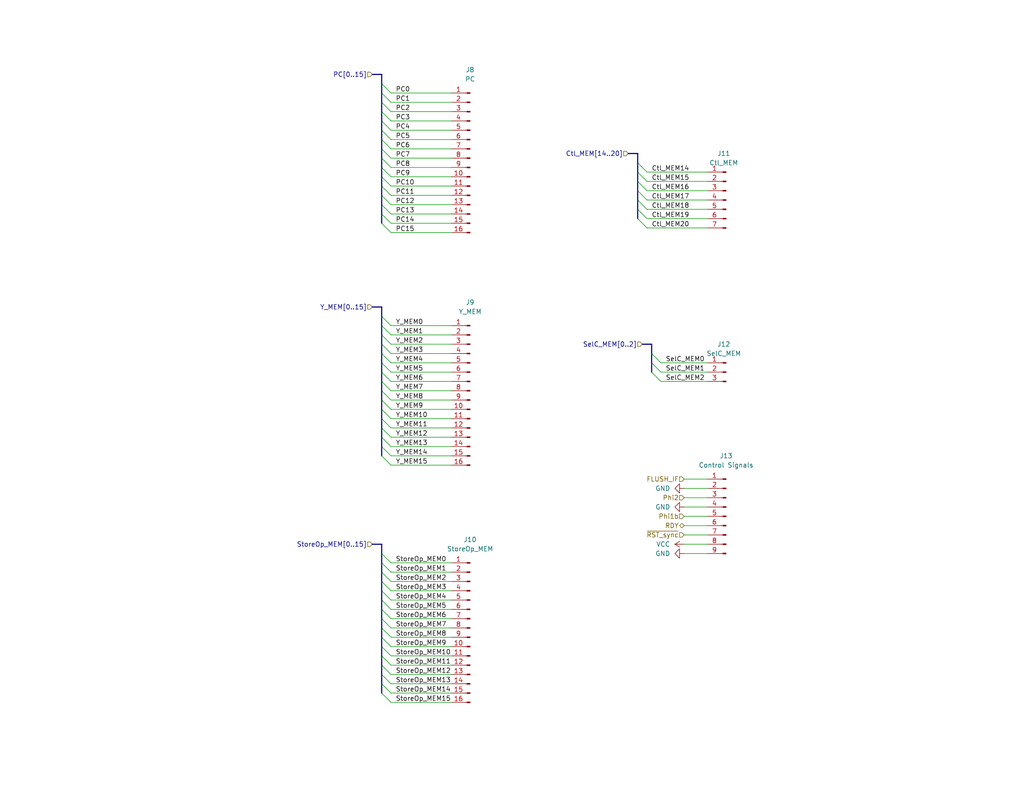
<source format=kicad_sch>
(kicad_sch (version 20230121) (generator eeschema)
  (paper "USLetter")
  (title_block (title "Turtle16: MEM Prototype Inputs") (date "2023-03-20") (rev "A (584b6b4f)") (comment 4 "Headers for various inputs to the prototype board"))
  (lib_symbols
    (symbol "Connector:Conn_01x03_Pin" (pin_names (offset 1.016) hide)
      (property "Reference" "J" (at 0 5.08 0))
      (property "Value" "Conn_01x03_Pin" (at 0 -5.08 0))
      (symbol "Conn_01x03_Pin_1_1"
        (polyline (pts (xy 1.27 -2.54) (xy 0.8636 -2.54)) (stroke (width 0.1524)))
        (polyline (pts (xy 1.27 0) (xy 0.8636 0)) (stroke (width 0.1524)))
        (polyline (pts (xy 1.27 2.54) (xy 0.8636 2.54)) (stroke (width 0.1524)))
        (rectangle (start 0.8636 -2.413) (end 0 -2.667) (stroke (width 0.1524)) (fill (type outline)))
        (rectangle (start 0.8636 0.127) (end 0 -0.127) (stroke (width 0.1524)) (fill (type outline)))
        (rectangle (start 0.8636 2.667) (end 0 2.413) (stroke (width 0.1524)) (fill (type outline)))
        (pin passive line (at 5.08 2.54 180) (length 3.81) (name "Pin_1") (number "1"))
        (pin passive line (at 5.08 0 180) (length 3.81) (name "Pin_2") (number "2"))
        (pin passive line (at 5.08 -2.54 180) (length 3.81) (name "Pin_3") (number "3"))
      )
    )
    (symbol "Connector:Conn_01x07_Pin" (pin_names (offset 1.016) hide)
      (property "Reference" "J" (at 0 10.16 0))
      (property "Value" "Conn_01x07_Pin" (at 0 -10.16 0))
      (symbol "Conn_01x07_Pin_1_1"
        (polyline (pts (xy 1.27 -7.62) (xy 0.8636 -7.62)) (stroke (width 0.1524)))
        (polyline (pts (xy 1.27 -5.08) (xy 0.8636 -5.08)) (stroke (width 0.1524)))
        (polyline (pts (xy 1.27 -2.54) (xy 0.8636 -2.54)) (stroke (width 0.1524)))
        (polyline (pts (xy 1.27 0) (xy 0.8636 0)) (stroke (width 0.1524)))
        (polyline (pts (xy 1.27 2.54) (xy 0.8636 2.54)) (stroke (width 0.1524)))
        (polyline (pts (xy 1.27 5.08) (xy 0.8636 5.08)) (stroke (width 0.1524)))
        (polyline (pts (xy 1.27 7.62) (xy 0.8636 7.62)) (stroke (width 0.1524)))
        (rectangle (start 0.8636 -7.493) (end 0 -7.747) (stroke (width 0.1524)) (fill (type outline)))
        (rectangle (start 0.8636 -4.953) (end 0 -5.207) (stroke (width 0.1524)) (fill (type outline)))
        (rectangle (start 0.8636 -2.413) (end 0 -2.667) (stroke (width 0.1524)) (fill (type outline)))
        (rectangle (start 0.8636 0.127) (end 0 -0.127) (stroke (width 0.1524)) (fill (type outline)))
        (rectangle (start 0.8636 2.667) (end 0 2.413) (stroke (width 0.1524)) (fill (type outline)))
        (rectangle (start 0.8636 5.207) (end 0 4.953) (stroke (width 0.1524)) (fill (type outline)))
        (rectangle (start 0.8636 7.747) (end 0 7.493) (stroke (width 0.1524)) (fill (type outline)))
        (pin passive line (at 5.08 7.62 180) (length 3.81) (name "Pin_1") (number "1"))
        (pin passive line (at 5.08 5.08 180) (length 3.81) (name "Pin_2") (number "2"))
        (pin passive line (at 5.08 2.54 180) (length 3.81) (name "Pin_3") (number "3"))
        (pin passive line (at 5.08 0 180) (length 3.81) (name "Pin_4") (number "4"))
        (pin passive line (at 5.08 -2.54 180) (length 3.81) (name "Pin_5") (number "5"))
        (pin passive line (at 5.08 -5.08 180) (length 3.81) (name "Pin_6") (number "6"))
        (pin passive line (at 5.08 -7.62 180) (length 3.81) (name "Pin_7") (number "7"))
      )
    )
    (symbol "Connector:Conn_01x09_Pin" (pin_names (offset 1.016) hide)
      (property "Reference" "J" (at 0 12.7 0))
      (property "Value" "Conn_01x09_Pin" (at 0 -12.7 0))
      (symbol "Conn_01x09_Pin_1_1"
        (polyline (pts (xy 1.27 -10.16) (xy 0.8636 -10.16)) (stroke (width 0.1524)))
        (polyline (pts (xy 1.27 -7.62) (xy 0.8636 -7.62)) (stroke (width 0.1524)))
        (polyline (pts (xy 1.27 -5.08) (xy 0.8636 -5.08)) (stroke (width 0.1524)))
        (polyline (pts (xy 1.27 -2.54) (xy 0.8636 -2.54)) (stroke (width 0.1524)))
        (polyline (pts (xy 1.27 0) (xy 0.8636 0)) (stroke (width 0.1524)))
        (polyline (pts (xy 1.27 2.54) (xy 0.8636 2.54)) (stroke (width 0.1524)))
        (polyline (pts (xy 1.27 5.08) (xy 0.8636 5.08)) (stroke (width 0.1524)))
        (polyline (pts (xy 1.27 7.62) (xy 0.8636 7.62)) (stroke (width 0.1524)))
        (polyline (pts (xy 1.27 10.16) (xy 0.8636 10.16)) (stroke (width 0.1524)))
        (rectangle (start 0.8636 -10.033) (end 0 -10.287) (stroke (width 0.1524)) (fill (type outline)))
        (rectangle (start 0.8636 -7.493) (end 0 -7.747) (stroke (width 0.1524)) (fill (type outline)))
        (rectangle (start 0.8636 -4.953) (end 0 -5.207) (stroke (width 0.1524)) (fill (type outline)))
        (rectangle (start 0.8636 -2.413) (end 0 -2.667) (stroke (width 0.1524)) (fill (type outline)))
        (rectangle (start 0.8636 0.127) (end 0 -0.127) (stroke (width 0.1524)) (fill (type outline)))
        (rectangle (start 0.8636 2.667) (end 0 2.413) (stroke (width 0.1524)) (fill (type outline)))
        (rectangle (start 0.8636 5.207) (end 0 4.953) (stroke (width 0.1524)) (fill (type outline)))
        (rectangle (start 0.8636 7.747) (end 0 7.493) (stroke (width 0.1524)) (fill (type outline)))
        (rectangle (start 0.8636 10.287) (end 0 10.033) (stroke (width 0.1524)) (fill (type outline)))
        (pin passive line (at 5.08 10.16 180) (length 3.81) (name "Pin_1") (number "1"))
        (pin passive line (at 5.08 7.62 180) (length 3.81) (name "Pin_2") (number "2"))
        (pin passive line (at 5.08 5.08 180) (length 3.81) (name "Pin_3") (number "3"))
        (pin passive line (at 5.08 2.54 180) (length 3.81) (name "Pin_4") (number "4"))
        (pin passive line (at 5.08 0 180) (length 3.81) (name "Pin_5") (number "5"))
        (pin passive line (at 5.08 -2.54 180) (length 3.81) (name "Pin_6") (number "6"))
        (pin passive line (at 5.08 -5.08 180) (length 3.81) (name "Pin_7") (number "7"))
        (pin passive line (at 5.08 -7.62 180) (length 3.81) (name "Pin_8") (number "8"))
        (pin passive line (at 5.08 -10.16 180) (length 3.81) (name "Pin_9") (number "9"))
      )
    )
    (symbol "Connector:Conn_01x16_Pin" (pin_names (offset 1.016) hide)
      (property "Reference" "J" (at 0 20.32 0))
      (property "Value" "Conn_01x16_Pin" (at 0 -22.86 0))
      (symbol "Conn_01x16_Pin_1_1"
        (polyline (pts (xy 1.27 -20.32) (xy 0.8636 -20.32)) (stroke (width 0.1524)))
        (polyline (pts (xy 1.27 -17.78) (xy 0.8636 -17.78)) (stroke (width 0.1524)))
        (polyline (pts (xy 1.27 -15.24) (xy 0.8636 -15.24)) (stroke (width 0.1524)))
        (polyline (pts (xy 1.27 -12.7) (xy 0.8636 -12.7)) (stroke (width 0.1524)))
        (polyline (pts (xy 1.27 -10.16) (xy 0.8636 -10.16)) (stroke (width 0.1524)))
        (polyline (pts (xy 1.27 -7.62) (xy 0.8636 -7.62)) (stroke (width 0.1524)))
        (polyline (pts (xy 1.27 -5.08) (xy 0.8636 -5.08)) (stroke (width 0.1524)))
        (polyline (pts (xy 1.27 -2.54) (xy 0.8636 -2.54)) (stroke (width 0.1524)))
        (polyline (pts (xy 1.27 0) (xy 0.8636 0)) (stroke (width 0.1524)))
        (polyline (pts (xy 1.27 2.54) (xy 0.8636 2.54)) (stroke (width 0.1524)))
        (polyline (pts (xy 1.27 5.08) (xy 0.8636 5.08)) (stroke (width 0.1524)))
        (polyline (pts (xy 1.27 7.62) (xy 0.8636 7.62)) (stroke (width 0.1524)))
        (polyline (pts (xy 1.27 10.16) (xy 0.8636 10.16)) (stroke (width 0.1524)))
        (polyline (pts (xy 1.27 12.7) (xy 0.8636 12.7)) (stroke (width 0.1524)))
        (polyline (pts (xy 1.27 15.24) (xy 0.8636 15.24)) (stroke (width 0.1524)))
        (polyline (pts (xy 1.27 17.78) (xy 0.8636 17.78)) (stroke (width 0.1524)))
        (rectangle (start 0.8636 -20.193) (end 0 -20.447) (stroke (width 0.1524)) (fill (type outline)))
        (rectangle (start 0.8636 -17.653) (end 0 -17.907) (stroke (width 0.1524)) (fill (type outline)))
        (rectangle (start 0.8636 -15.113) (end 0 -15.367) (stroke (width 0.1524)) (fill (type outline)))
        (rectangle (start 0.8636 -12.573) (end 0 -12.827) (stroke (width 0.1524)) (fill (type outline)))
        (rectangle (start 0.8636 -10.033) (end 0 -10.287) (stroke (width 0.1524)) (fill (type outline)))
        (rectangle (start 0.8636 -7.493) (end 0 -7.747) (stroke (width 0.1524)) (fill (type outline)))
        (rectangle (start 0.8636 -4.953) (end 0 -5.207) (stroke (width 0.1524)) (fill (type outline)))
        (rectangle (start 0.8636 -2.413) (end 0 -2.667) (stroke (width 0.1524)) (fill (type outline)))
        (rectangle (start 0.8636 0.127) (end 0 -0.127) (stroke (width 0.1524)) (fill (type outline)))
        (rectangle (start 0.8636 2.667) (end 0 2.413) (stroke (width 0.1524)) (fill (type outline)))
        (rectangle (start 0.8636 5.207) (end 0 4.953) (stroke (width 0.1524)) (fill (type outline)))
        (rectangle (start 0.8636 7.747) (end 0 7.493) (stroke (width 0.1524)) (fill (type outline)))
        (rectangle (start 0.8636 10.287) (end 0 10.033) (stroke (width 0.1524)) (fill (type outline)))
        (rectangle (start 0.8636 12.827) (end 0 12.573) (stroke (width 0.1524)) (fill (type outline)))
        (rectangle (start 0.8636 15.367) (end 0 15.113) (stroke (width 0.1524)) (fill (type outline)))
        (rectangle (start 0.8636 17.907) (end 0 17.653) (stroke (width 0.1524)) (fill (type outline)))
        (pin passive line (at 5.08 17.78 180) (length 3.81) (name "Pin_1") (number "1"))
        (pin passive line (at 5.08 -5.08 180) (length 3.81) (name "Pin_10") (number "10"))
        (pin passive line (at 5.08 -7.62 180) (length 3.81) (name "Pin_11") (number "11"))
        (pin passive line (at 5.08 -10.16 180) (length 3.81) (name "Pin_12") (number "12"))
        (pin passive line (at 5.08 -12.7 180) (length 3.81) (name "Pin_13") (number "13"))
        (pin passive line (at 5.08 -15.24 180) (length 3.81) (name "Pin_14") (number "14"))
        (pin passive line (at 5.08 -17.78 180) (length 3.81) (name "Pin_15") (number "15"))
        (pin passive line (at 5.08 -20.32 180) (length 3.81) (name "Pin_16") (number "16"))
        (pin passive line (at 5.08 15.24 180) (length 3.81) (name "Pin_2") (number "2"))
        (pin passive line (at 5.08 12.7 180) (length 3.81) (name "Pin_3") (number "3"))
        (pin passive line (at 5.08 10.16 180) (length 3.81) (name "Pin_4") (number "4"))
        (pin passive line (at 5.08 7.62 180) (length 3.81) (name "Pin_5") (number "5"))
        (pin passive line (at 5.08 5.08 180) (length 3.81) (name "Pin_6") (number "6"))
        (pin passive line (at 5.08 2.54 180) (length 3.81) (name "Pin_7") (number "7"))
        (pin passive line (at 5.08 0 180) (length 3.81) (name "Pin_8") (number "8"))
        (pin passive line (at 5.08 -2.54 180) (length 3.81) (name "Pin_9") (number "9"))
      )
    )
    (symbol "power:GND" (power) (pin_names (offset 0))
      (property "Value" "GND" (at 0 -3.81 0))
      (symbol "GND_0_1"
        (polyline (pts (xy 0 0) (xy 0 -1.27) (xy 1.27 -1.27) (xy 0 -2.54) (xy -1.27 -1.27) (xy 0 -1.27)))
      )
      (symbol "GND_1_1"
        (pin power_in line (at 0 0 270) (length 0) hide (name "GND") (number "1"))
      )
    )
    (symbol "power:VCC" (power) (pin_names (offset 0))
      (property "Value" "VCC" (at 0 3.81 0))
      (symbol "VCC_0_1"
        (polyline (pts (xy -0.762 1.27) (xy 0 2.54)))
        (polyline (pts (xy 0 0) (xy 0 2.54)))
        (polyline (pts (xy 0 2.54) (xy 0.762 1.27)))
      )
      (symbol "VCC_1_1"
        (pin power_in line (at 0 0 90) (length 0) hide (name "VCC") (number "1"))
      )
    )
  )
  (bus_entry (at 104.14 38.1) (size 2.54 2.54))
  (bus_entry (at 104.14 104.14) (size 2.54 2.54))
  (bus_entry (at 104.14 22.86) (size 2.54 2.54))
  (bus_entry (at 104.14 88.9) (size 2.54 2.54))
  (bus_entry (at 104.14 114.3) (size 2.54 2.54))
  (bus_entry (at 104.14 27.94) (size 2.54 2.54))
  (bus_entry (at 104.14 106.68) (size 2.54 2.54))
  (bus_entry (at 104.14 179.07) (size 2.54 2.54))
  (bus_entry (at 173.99 49.53) (size 2.54 2.54))
  (bus_entry (at 104.14 153.67) (size 2.54 2.54))
  (bus_entry (at 104.14 55.88) (size 2.54 2.54))
  (bus_entry (at 104.14 111.76) (size 2.54 2.54))
  (bus_entry (at 104.14 176.53) (size 2.54 2.54))
  (bus_entry (at 104.14 119.38) (size 2.54 2.54))
  (bus_entry (at 104.14 25.4) (size 2.54 2.54))
  (bus_entry (at 104.14 35.56) (size 2.54 2.54))
  (bus_entry (at 104.14 173.99) (size 2.54 2.54))
  (bus_entry (at 173.99 59.69) (size 2.54 2.54))
  (bus_entry (at 104.14 91.44) (size 2.54 2.54))
  (bus_entry (at 104.14 161.29) (size 2.54 2.54))
  (bus_entry (at 104.14 86.36) (size 2.54 2.54))
  (bus_entry (at 104.14 163.83) (size 2.54 2.54))
  (bus_entry (at 104.14 156.21) (size 2.54 2.54))
  (bus_entry (at 104.14 96.52) (size 2.54 2.54))
  (bus_entry (at 173.99 54.61) (size 2.54 2.54))
  (bus_entry (at 104.14 101.6) (size 2.54 2.54))
  (bus_entry (at 104.14 166.37) (size 2.54 2.54))
  (bus_entry (at 104.14 189.23) (size 2.54 2.54))
  (bus_entry (at 104.14 50.8) (size 2.54 2.54))
  (bus_entry (at 104.14 121.92) (size 2.54 2.54))
  (bus_entry (at 177.8 96.52) (size 2.54 2.54))
  (bus_entry (at 104.14 184.15) (size 2.54 2.54))
  (bus_entry (at 104.14 53.34) (size 2.54 2.54))
  (bus_entry (at 104.14 171.45) (size 2.54 2.54))
  (bus_entry (at 104.14 60.96) (size 2.54 2.54))
  (bus_entry (at 104.14 181.61) (size 2.54 2.54))
  (bus_entry (at 177.8 99.06) (size 2.54 2.54))
  (bus_entry (at 177.8 101.6) (size 2.54 2.54))
  (bus_entry (at 104.14 124.46) (size 2.54 2.54))
  (bus_entry (at 104.14 45.72) (size 2.54 2.54))
  (bus_entry (at 104.14 93.98) (size 2.54 2.54))
  (bus_entry (at 173.99 57.15) (size 2.54 2.54))
  (bus_entry (at 104.14 58.42) (size 2.54 2.54))
  (bus_entry (at 104.14 99.06) (size 2.54 2.54))
  (bus_entry (at 173.99 44.45) (size 2.54 2.54))
  (bus_entry (at 173.99 52.07) (size 2.54 2.54))
  (bus_entry (at 104.14 109.22) (size 2.54 2.54))
  (bus_entry (at 104.14 33.02) (size 2.54 2.54))
  (bus_entry (at 104.14 168.91) (size 2.54 2.54))
  (bus_entry (at 104.14 43.18) (size 2.54 2.54))
  (bus_entry (at 104.14 186.69) (size 2.54 2.54))
  (bus_entry (at 104.14 151.13) (size 2.54 2.54))
  (bus_entry (at 173.99 46.99) (size 2.54 2.54))
  (bus_entry (at 104.14 48.26) (size 2.54 2.54))
  (bus_entry (at 104.14 40.64) (size 2.54 2.54))
  (bus_entry (at 104.14 116.84) (size 2.54 2.54))
  (bus_entry (at 104.14 158.75) (size 2.54 2.54))
  (bus_entry (at 104.14 30.48) (size 2.54 2.54))
  (bus (pts (xy 177.8 99.06) (xy 177.8 101.6)))
  (wire (pts (xy 193.04 140.97) (xy 186.69 140.97)))
  (bus (pts (xy 104.14 119.38) (xy 104.14 121.92)))
  (bus (pts (xy 104.14 88.9) (xy 104.14 91.44)))
  (wire (pts (xy 106.68 58.42) (xy 123.19 58.42)))
  (bus (pts (xy 104.14 156.21) (xy 104.14 158.75)))
  (bus (pts (xy 104.14 30.48) (xy 104.14 33.02)))
  (wire (pts (xy 180.34 104.14) (xy 193.04 104.14)))
  (wire (pts (xy 106.68 40.64) (xy 123.19 40.64)))
  (bus (pts (xy 104.14 186.69) (xy 104.14 189.23)))
  (wire (pts (xy 106.68 121.92) (xy 123.19 121.92)))
  (wire (pts (xy 106.68 116.84) (xy 123.19 116.84)))
  (wire (pts (xy 180.34 99.06) (xy 193.04 99.06)))
  (wire (pts (xy 106.68 163.83) (xy 123.19 163.83)))
  (bus (pts (xy 104.14 158.75) (xy 104.14 161.29)))
  (wire (pts (xy 176.53 52.07) (xy 193.04 52.07)))
  (bus (pts (xy 104.14 176.53) (xy 104.14 179.07)))
  (wire (pts (xy 106.68 111.76) (xy 123.19 111.76)))
  (bus (pts (xy 104.14 166.37) (xy 104.14 168.91)))
  (wire (pts (xy 106.68 189.23) (xy 123.19 189.23)))
  (bus (pts (xy 104.14 86.36) (xy 104.14 88.9)))
  (bus (pts (xy 104.14 184.15) (xy 104.14 186.69)))
  (bus (pts (xy 104.14 106.68) (xy 104.14 109.22)))
  (bus (pts (xy 104.14 25.4) (xy 104.14 27.94)))
  (bus (pts (xy 104.14 121.92) (xy 104.14 124.46)))
  (wire (pts (xy 193.04 130.81) (xy 186.69 130.81)))
  (wire (pts (xy 106.68 171.45) (xy 123.19 171.45)))
  (wire (pts (xy 106.68 91.44) (xy 123.19 91.44)))
  (bus (pts (xy 104.14 181.61) (xy 104.14 184.15)))
  (wire (pts (xy 193.04 148.59) (xy 186.69 148.59)))
  (wire (pts (xy 106.68 181.61) (xy 123.19 181.61)))
  (wire (pts (xy 106.68 53.34) (xy 123.19 53.34)))
  (wire (pts (xy 106.68 186.69) (xy 123.19 186.69)))
  (wire (pts (xy 106.68 88.9) (xy 123.19 88.9)))
  (bus (pts (xy 104.14 22.86) (xy 104.14 25.4)))
  (bus (pts (xy 104.14 179.07) (xy 104.14 181.61)))
  (wire (pts (xy 106.68 38.1) (xy 123.19 38.1)))
  (wire (pts (xy 106.68 45.72) (xy 123.19 45.72)))
  (wire (pts (xy 106.68 48.26) (xy 123.19 48.26)))
  (wire (pts (xy 106.68 101.6) (xy 123.19 101.6)))
  (bus (pts (xy 104.14 104.14) (xy 104.14 106.68)))
  (bus (pts (xy 104.14 40.64) (xy 104.14 43.18)))
  (bus (pts (xy 104.14 27.94) (xy 104.14 30.48)))
  (wire (pts (xy 176.53 46.99) (xy 193.04 46.99)))
  (bus (pts (xy 177.8 93.98) (xy 177.8 96.52)))
  (wire (pts (xy 193.04 143.51) (xy 186.69 143.51)))
  (bus (pts (xy 104.14 93.98) (xy 104.14 96.52)))
  (wire (pts (xy 106.68 153.67) (xy 123.19 153.67)))
  (bus (pts (xy 104.14 53.34) (xy 104.14 55.88)))
  (bus (pts (xy 101.6 148.59) (xy 104.14 148.59)))
  (wire (pts (xy 106.68 25.4) (xy 123.19 25.4)))
  (bus (pts (xy 173.99 49.53) (xy 173.99 52.07)))
  (wire (pts (xy 176.53 54.61) (xy 193.04 54.61)))
  (bus (pts (xy 173.99 54.61) (xy 173.99 57.15)))
  (bus (pts (xy 104.14 91.44) (xy 104.14 93.98)))
  (bus (pts (xy 175.26 93.98) (xy 177.8 93.98)))
  (bus (pts (xy 104.14 43.18) (xy 104.14 45.72)))
  (wire (pts (xy 106.68 99.06) (xy 123.19 99.06)))
  (wire (pts (xy 106.68 127) (xy 123.19 127)))
  (wire (pts (xy 193.04 151.13) (xy 186.69 151.13)))
  (bus (pts (xy 104.14 111.76) (xy 104.14 114.3)))
  (bus (pts (xy 104.14 153.67) (xy 104.14 156.21)))
  (bus (pts (xy 104.14 101.6) (xy 104.14 104.14)))
  (wire (pts (xy 193.04 133.35) (xy 186.69 133.35)))
  (wire (pts (xy 176.53 49.53) (xy 193.04 49.53)))
  (bus (pts (xy 171.45 41.91) (xy 173.99 41.91)))
  (wire (pts (xy 176.53 62.23) (xy 193.04 62.23)))
  (wire (pts (xy 106.68 191.77) (xy 123.19 191.77)))
  (bus (pts (xy 104.14 96.52) (xy 104.14 99.06)))
  (wire (pts (xy 106.68 93.98) (xy 123.19 93.98)))
  (wire (pts (xy 106.68 27.94) (xy 123.19 27.94)))
  (bus (pts (xy 173.99 44.45) (xy 173.99 46.99)))
  (bus (pts (xy 104.14 45.72) (xy 104.14 48.26)))
  (bus (pts (xy 104.14 148.59) (xy 104.14 151.13)))
  (bus (pts (xy 104.14 50.8) (xy 104.14 53.34)))
  (wire (pts (xy 193.04 138.43) (xy 186.69 138.43)))
  (bus (pts (xy 104.14 151.13) (xy 104.14 153.67)))
  (wire (pts (xy 106.68 173.99) (xy 123.19 173.99)))
  (bus (pts (xy 104.14 173.99) (xy 104.14 176.53)))
  (wire (pts (xy 106.68 33.02) (xy 123.19 33.02)))
  (wire (pts (xy 106.68 55.88) (xy 123.19 55.88)))
  (bus (pts (xy 173.99 46.99) (xy 173.99 49.53)))
  (bus (pts (xy 104.14 99.06) (xy 104.14 101.6)))
  (wire (pts (xy 106.68 166.37) (xy 123.19 166.37)))
  (wire (pts (xy 106.68 184.15) (xy 123.19 184.15)))
  (bus (pts (xy 104.14 83.82) (xy 104.14 86.36)))
  (bus (pts (xy 104.14 35.56) (xy 104.14 38.1)))
  (wire (pts (xy 106.68 106.68) (xy 123.19 106.68)))
  (bus (pts (xy 173.99 41.91) (xy 173.99 44.45)))
  (wire (pts (xy 106.68 158.75) (xy 123.19 158.75)))
  (wire (pts (xy 106.68 30.48) (xy 123.19 30.48)))
  (wire (pts (xy 106.68 176.53) (xy 123.19 176.53)))
  (wire (pts (xy 106.68 109.22) (xy 123.19 109.22)))
  (wire (pts (xy 180.34 101.6) (xy 193.04 101.6)))
  (bus (pts (xy 104.14 33.02) (xy 104.14 35.56)))
  (wire (pts (xy 106.68 35.56) (xy 123.19 35.56)))
  (bus (pts (xy 104.14 109.22) (xy 104.14 111.76)))
  (wire (pts (xy 106.68 156.21) (xy 123.19 156.21)))
  (bus (pts (xy 101.6 83.82) (xy 104.14 83.82)))
  (wire (pts (xy 106.68 50.8) (xy 123.19 50.8)))
  (wire (pts (xy 106.68 124.46) (xy 123.19 124.46)))
  (bus (pts (xy 104.14 38.1) (xy 104.14 40.64)))
  (wire (pts (xy 176.53 59.69) (xy 193.04 59.69)))
  (wire (pts (xy 106.68 43.18) (xy 123.19 43.18)))
  (wire (pts (xy 106.68 104.14) (xy 123.19 104.14)))
  (bus (pts (xy 104.14 163.83) (xy 104.14 166.37)))
  (bus (pts (xy 173.99 52.07) (xy 173.99 54.61)))
  (bus (pts (xy 177.8 96.52) (xy 177.8 99.06)))
  (wire (pts (xy 106.68 96.52) (xy 123.19 96.52)))
  (wire (pts (xy 193.04 146.05) (xy 186.69 146.05)))
  (bus (pts (xy 104.14 20.32) (xy 104.14 22.86)))
  (wire (pts (xy 106.68 179.07) (xy 123.19 179.07)))
  (wire (pts (xy 106.68 114.3) (xy 123.19 114.3)))
  (wire (pts (xy 106.68 60.96) (xy 123.19 60.96)))
  (wire (pts (xy 176.53 57.15) (xy 193.04 57.15)))
  (bus (pts (xy 104.14 58.42) (xy 104.14 60.96)))
  (bus (pts (xy 104.14 114.3) (xy 104.14 116.84)))
  (bus (pts (xy 104.14 48.26) (xy 104.14 50.8)))
  (wire (pts (xy 193.04 135.89) (xy 186.69 135.89)))
  (bus (pts (xy 104.14 116.84) (xy 104.14 119.38)))
  (bus (pts (xy 101.6 20.32) (xy 104.14 20.32)))
  (wire (pts (xy 106.68 63.5) (xy 123.19 63.5)))
  (bus (pts (xy 173.99 57.15) (xy 173.99 59.69)))
  (bus (pts (xy 104.14 171.45) (xy 104.14 173.99)))
  (wire (pts (xy 106.68 119.38) (xy 123.19 119.38)))
  (bus (pts (xy 104.14 161.29) (xy 104.14 163.83)))
  (wire (pts (xy 106.68 161.29) (xy 123.19 161.29)))
  (wire (pts (xy 106.68 168.91) (xy 123.19 168.91)))
  (bus (pts (xy 104.14 168.91) (xy 104.14 171.45)))
  (bus (pts (xy 104.14 55.88) (xy 104.14 58.42)))
  (label "Y_MEM10" (at 107.95 114.3 0))
  (label "Ctl_MEM14" (at 177.8 46.99 0))
  (label "SelC_MEM1" (at 181.61 101.6 0))
  (label "PC7" (at 107.95 43.18 0))
  (label "StoreOp_MEM2" (at 107.95 158.75 0))
  (label "StoreOp_MEM1" (at 107.95 156.21 0))
  (label "Y_MEM8" (at 107.95 109.22 0))
  (label "StoreOp_MEM12" (at 107.95 184.15 0))
  (label "StoreOp_MEM8" (at 107.95 173.99 0))
  (label "Y_MEM2" (at 107.95 93.98 0))
  (label "Y_MEM12" (at 107.95 119.38 0))
  (label "Y_MEM5" (at 107.95 101.6 0))
  (label "Ctl_MEM16" (at 177.8 52.07 0))
  (label "PC1" (at 107.95 27.94 0))
  (label "PC4" (at 107.95 35.56 0))
  (label "PC8" (at 107.95 45.72 0))
  (label "StoreOp_MEM15" (at 107.95 191.77 0))
  (label "Ctl_MEM17" (at 177.8 54.61 0))
  (label "Y_MEM3" (at 107.95 96.52 0))
  (label "Y_MEM7" (at 107.95 106.68 0))
  (label "StoreOp_MEM11" (at 107.95 181.61 0))
  (label "Y_MEM9" (at 107.95 111.76 0))
  (label "PC14" (at 107.95 60.96 0))
  (label "SelC_MEM0" (at 181.61 99.06 0))
  (label "Y_MEM13" (at 107.95 121.92 0))
  (label "PC15" (at 107.95 63.5 0))
  (label "StoreOp_MEM9" (at 107.95 176.53 0))
  (label "PC10" (at 107.95 50.8 0))
  (label "StoreOp_MEM4" (at 107.95 163.83 0))
  (label "Ctl_MEM18" (at 177.8 57.15 0))
  (label "Y_MEM4" (at 107.95 99.06 0))
  (label "PC6" (at 107.95 40.64 0))
  (label "SelC_MEM2" (at 181.61 104.14 0))
  (label "PC9" (at 107.95 48.26 0))
  (label "Ctl_MEM19" (at 177.8 59.69 0))
  (label "Y_MEM15" (at 107.95 127 0))
  (label "StoreOp_MEM10" (at 107.95 179.07 0))
  (label "Y_MEM6" (at 107.95 104.14 0))
  (label "Y_MEM14" (at 107.95 124.46 0))
  (label "StoreOp_MEM3" (at 107.95 161.29 0))
  (label "PC3" (at 107.95 33.02 0))
  (label "Y_MEM11" (at 107.95 116.84 0))
  (label "Ctl_MEM15" (at 177.8 49.53 0))
  (label "Ctl_MEM20" (at 177.8 62.23 0))
  (label "StoreOp_MEM6" (at 107.95 168.91 0))
  (label "StoreOp_MEM7" (at 107.95 171.45 0))
  (label "StoreOp_MEM13" (at 107.95 186.69 0))
  (label "PC11" (at 107.95 53.34 0))
  (label "Y_MEM1" (at 107.95 91.44 0))
  (label "PC0" (at 107.95 25.4 0))
  (label "StoreOp_MEM0" (at 107.95 153.67 0))
  (label "PC13" (at 107.95 58.42 0))
  (label "PC5" (at 107.95 38.1 0))
  (label "PC2" (at 107.95 30.48 0))
  (label "StoreOp_MEM5" (at 107.95 166.37 0))
  (label "Y_MEM0" (at 107.95 88.9 0))
  (label "PC12" (at 107.95 55.88 0))
  (label "StoreOp_MEM14" (at 107.95 189.23 0))
  (hierarchical_label "RDY" (shape tri_state) (at 186.69 143.51 180))
  (hierarchical_label "StoreOp_MEM[0..15]" (shape input) (at 101.6 148.59 180))
  (hierarchical_label "Y_MEM[0..15]" (shape input) (at 101.6 83.82 180))
  (hierarchical_label "Phi2" (shape input) (at 186.69 135.89 180))
  (hierarchical_label "FLUSH_IF" (shape input) (at 186.69 130.81 180))
  (hierarchical_label "Phi1b" (shape input) (at 186.69 140.97 180))
  (hierarchical_label "PC[0..15]" (shape input) (at 101.6 20.32 180))
  (hierarchical_label "~{RST_sync}" (shape input) (at 186.69 146.05 180))
  (hierarchical_label "SelC_MEM[0..2]" (shape input) (at 175.26 93.98 180))
  (hierarchical_label "Ctl_MEM[14..20]" (shape input) (at 171.45 41.91 180))
  (symbol (lib_id "Connector:Conn_01x03_Pin") (at 198.12 101.6 0) (mirror y) (unit 1)
    (property "Reference" "J12" (at 197.485 93.98 0))
    (property "Value" "SelC_MEM" (at 197.485 96.52 0))
    (property "Footprint" "Connector_PinHeader_2.54mm:PinHeader_1x03_P2.54mm_Vertical" (effects hide))
  )
  (symbol (lib_id "power:GND") (at 186.69 138.43 270) (mirror x) (unit 1)
    (property "Reference" "#PWR0180" (effects hide))
    (property "Value" "GND" (at 182.88 138.4299 90) (effects (justify right)))
  )
  (symbol (lib_id "power:GND") (at 186.69 151.13 270) (mirror x) (unit 1)
    (property "Reference" "#PWR0182" (effects hide))
    (property "Value" "GND" (at 182.88 151.1299 90) (effects (justify right)))
  )
  (symbol (lib_id "Connector:Conn_01x16_Pin") (at 128.27 106.68 0) (mirror y) (unit 1)
    (property "Reference" "J9" (at 128.27 82.55 0))
    (property "Value" "Y_MEM" (at 128.27 85.09 0))
    (property "Footprint" "Connector_PinHeader_2.54mm:PinHeader_1x16_P2.54mm_Vertical" (effects hide))
  )
  (symbol (lib_id "power:VCC") (at 186.69 148.59 90) (mirror x) (unit 1)
    (property "Reference" "#PWR0181" (effects hide))
    (property "Value" "VCC" (at 182.88 148.5901 90) (effects (justify left)))
  )
  (symbol (lib_id "power:GND") (at 186.69 133.35 270) (mirror x) (unit 1)
    (property "Reference" "#PWR0179" (effects hide))
    (property "Value" "GND" (at 182.88 133.3499 90) (effects (justify right)))
  )
  (symbol (lib_id "Connector:Conn_01x09_Pin") (at 198.12 140.97 0) (mirror y) (unit 1)
    (property "Reference" "J13" (at 198.12 124.46 0))
    (property "Value" "Control Signals" (at 198.12 127 0))
    (property "Footprint" "Connector_PinHeader_2.54mm:PinHeader_1x09_P2.54mm_Vertical" (effects hide))
  )
  (symbol (lib_id "Connector:Conn_01x16_Pin") (at 128.27 171.45 0) (mirror y) (unit 1)
    (property "Reference" "J10" (at 128.27 147.32 0))
    (property "Value" "StoreOp_MEM" (at 128.27 149.86 0))
    (property "Footprint" "Connector_PinHeader_2.54mm:PinHeader_1x16_P2.54mm_Vertical" (effects hide))
  )
  (symbol (lib_id "Connector:Conn_01x16_Pin") (at 128.27 43.18 0) (mirror y) (unit 1)
    (property "Reference" "J8" (at 128.27 19.05 0))
    (property "Value" "PC" (at 128.27 21.59 0))
    (property "Footprint" "Connector_PinHeader_2.54mm:PinHeader_1x16_P2.54mm_Vertical" (effects hide))
  )
  (symbol (lib_id "Connector:Conn_01x07_Pin") (at 198.12 54.61 0) (mirror y) (unit 1)
    (property "Reference" "J11" (at 197.485 41.91 0))
    (property "Value" "Ctl_MEM" (at 197.485 44.45 0))
    (property "Footprint" "Connector_PinHeader_2.54mm:PinHeader_1x07_P2.54mm_Vertical" (effects hide))
  )
)
</source>
